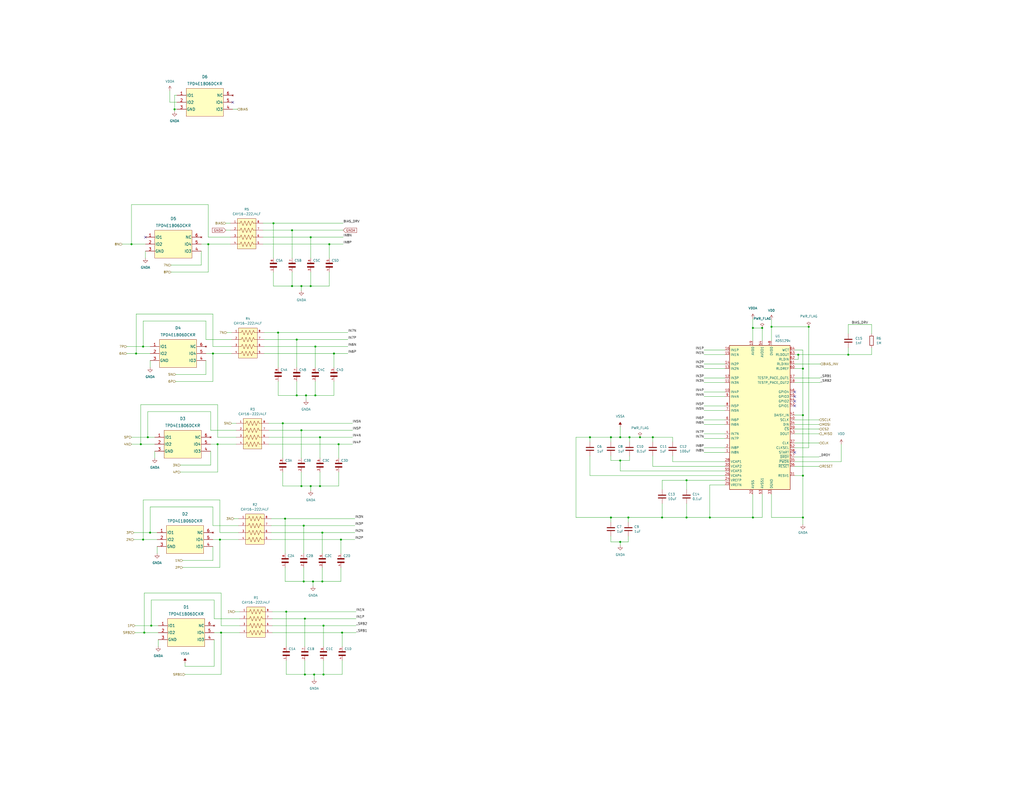
<source format=kicad_sch>
(kicad_sch (version 20211123) (generator eeschema)
  (paper "C")
  (title_block (title "Daisy Functionality") (date "2023-01-05") (rev "A") (company "Brain-4ce"))
  (lib_symbols
    (symbol "Analog_ADC:ADS1298xPAG"
      (property "Reference" "U" (at -16.51 44.45 0))
      (property "Value" "ADS1298xPAG" (at 6.35 44.45 0))
      (symbol "ADS1298xPAG_1_1"
        (pin input line (at -20.32 -15.24 0) (length 2.54) (name "IN8N") (number "1"))
        (pin input line (at -20.32 17.78 0) (length 2.54) (name "IN4P") (number "10"))
        (pin input line (at -20.32 22.86 0) (length 2.54) (name "IN3N") (number "11"))
        (pin input line (at -20.32 25.4 0) (length 2.54) (name "IN3P") (number "12"))
        (pin input line (at -20.32 30.48 0) (length 2.54) (name "IN2N") (number "13"))
        (pin input line (at -20.32 33.02 0) (length 2.54) (name "IN2P") (number "14"))
        (pin input line (at -20.32 38.1 0) (length 2.54) (name "IN1N") (number "15"))
        (pin input line (at -20.32 40.64 0) (length 2.54) (name "IN1P") (number "16"))
        (pin bidirectional line (at 17.78 25.4 180) (length 2.54) (name "TESTP_PACE_OUT1") (number "17"))
        (pin bidirectional line (at 17.78 22.86 180) (length 2.54) (name "TESTP_PACE_OUT2") (number "18"))
        (pin power_in line (at -5.08 45.72 270) (length 2.54) (name "AVDD") (number "19"))
        (pin input line (at -20.32 -12.7 0) (length 2.54) (name "IN8P") (number "2"))
        (pin power_in line (at -5.08 -38.1 90) (length 2.54) (name "AVSS") (number "20"))
        (pin passive line (at -5.08 45.72 270) (length 2.54) hide (name "AVDD") (number "21"))
        (pin passive line (at -5.08 45.72 270) (length 2.54) hide (name "AVDD") (number "22"))
        (pin passive line (at -5.08 -38.1 90) (length 2.54) hide (name "AVSS") (number "23"))
        (pin passive line (at -20.32 -30.48 0) (length 2.54) (name "VREFP") (number "24"))
        (pin passive line (at -20.32 -33.02 0) (length 2.54) (name "VREFN") (number "25"))
        (pin passive line (at -20.32 -27.94 0) (length 2.54) (name "VCAP4") (number "26"))
        (pin no_connect line (at 15.24 -30.48 180) (length 2.54) hide (name "NC") (number "27"))
        (pin passive line (at -20.32 -20.32 0) (length 2.54) (name "VCAP1") (number "28"))
        (pin no_connect line (at 15.24 -33.02 180) (length 2.54) hide (name "NC") (number "29"))
        (pin input line (at -20.32 -7.62 0) (length 2.54) (name "IN7P") (number "3"))
        (pin passive line (at -20.32 -22.86 0) (length 2.54) (name "VCAP2") (number "30"))
        (pin input line (at 17.78 -27.94 180) (length 2.54) (name "RESV1") (number "31"))
        (pin passive line (at -5.08 -38.1 90) (length 2.54) hide (name "AVSS") (number "32"))
        (pin power_in line (at 5.08 -38.1 90) (length 2.54) (name "DGND") (number "33"))
        (pin input line (at 17.78 0 180) (length 2.54) (name "DIN") (number "34"))
        (pin input line (at 17.78 -20.32 180) (length 2.54) (name "~{PWDN}") (number "35"))
        (pin input line (at 17.78 -22.86 180) (length 2.54) (name "~{RESET}") (number "36"))
        (pin bidirectional line (at 17.78 -10.16 180) (length 2.54) (name "CLK") (number "37"))
        (pin input line (at 17.78 -15.24 180) (length 2.54) (name "START") (number "38"))
        (pin input line (at 17.78 -2.54 180) (length 2.54) (name "~{CS}") (number "39"))
        (pin input line (at -20.32 -5.08 0) (length 2.54) (name "IN7N") (number "4"))
        (pin input line (at 17.78 2.54 180) (length 2.54) (name "SCLK") (number "40"))
        (pin input line (at 17.78 5.08 180) (length 2.54) (name "DAISY_IN") (number "41"))
        (pin bidirectional line (at 17.78 10.16 180) (length 2.54) (name "GPIO1") (number "42"))
        (pin output line (at 17.78 -5.08 180) (length 2.54) (name "DOUT") (number "43"))
        (pin bidirectional line (at 17.78 12.7 180) (length 2.54) (name "GPIO2") (number "44"))
        (pin bidirectional line (at 17.78 15.24 180) (length 2.54) (name "GPIO3") (number "45"))
        (pin bidirectional line (at 17.78 17.78 180) (length 2.54) (name "GPIO4") (number "46"))
        (pin output line (at 17.78 -17.78 180) (length 2.54) (name "~{DRDY}") (number "47"))
        (pin power_in line (at 5.08 45.72 270) (length 2.54) (name "DVDD") (number "48"))
        (pin passive line (at 5.08 -38.1 90) (length 2.54) hide (name "DGND") (number "49"))
        (pin input line (at -20.32 0 0) (length 2.54) (name "IN6N") (number "5"))
        (pin passive line (at 5.08 45.72 270) (length 2.54) hide (name "DVDD") (number "50"))
        (pin passive line (at 5.08 -38.1 90) (length 2.54) hide (name "DGND") (number "51"))
        (pin input line (at 17.78 -12.7 180) (length 2.54) (name "CLKSEL") (number "52"))
        (pin power_in line (at 0 -38.1 90) (length 2.54) (name "AVSS1") (number "53"))
        (pin power_in line (at 0 45.72 270) (length 2.54) (name "AVDD1") (number "54"))
        (pin passive line (at -20.32 -25.4 0) (length 2.54) (name "VCAP3") (number "55"))
        (pin passive line (at -5.08 45.72 270) (length 2.54) hide (name "AVDD") (number "56"))
        (pin passive line (at -5.08 -38.1 90) (length 2.54) hide (name "AVSS") (number "57"))
        (pin passive line (at -5.08 -38.1 90) (length 2.54) hide (name "AVSS") (number "58"))
        (pin passive line (at -5.08 45.72 270) (length 2.54) hide (name "AVDD") (number "59"))
        (pin input line (at -20.32 2.54 0) (length 2.54) (name "IN6P") (number "6"))
        (pin input line (at 17.78 30.48 180) (length 2.54) (name "RLDREF") (number "60"))
        (pin input line (at 17.78 33.02 180) (length 2.54) (name "RLDINV") (number "61"))
        (pin input line (at 17.78 35.56 180) (length 2.54) (name "RLDIN") (number "62"))
        (pin output line (at 17.78 38.1 180) (length 2.54) (name "RLDOUT") (number "63"))
        (pin output line (at 17.78 40.64 180) (length 2.54) (name "WCT") (number "64"))
        (pin input line (at -20.32 7.62 0) (length 2.54) (name "IN5N") (number "7"))
        (pin input line (at -20.32 10.16 0) (length 2.54) (name "IN5P") (number "8"))
        (pin input line (at -20.32 15.24 0) (length 2.54) (name "IN4N") (number "9"))
      )
    )
    (symbol "Capacitor Arrays:CA0508KRX7R9BB102" (pin_names (offset 1.016))
      (property "Reference" "C" (at 0 3.8109 0))
      (symbol "CA0508KRX7R9BB102_1_0"
        (pin passive line (at 5.08 0 180) (length 2.54) (name "~") (number "1"))
        (pin passive line (at -2.54 0 0) (length 2.54) (name "~") (number "8"))
      )
      (symbol "CA0508KRX7R9BB102_2_0"
        (pin passive line (at 5.08 0 180) (length 2.54) (name "~") (number "2"))
        (pin passive line (at -2.54 0 0) (length 2.54) (name "~") (number "7"))
      )
      (symbol "CA0508KRX7R9BB102_3_0"
        (pin passive line (at 5.08 0 180) (length 2.54) (name "~") (number "3"))
        (pin passive line (at -2.54 0 0) (length 2.54) (name "~") (number "6"))
      )
      (symbol "CA0508KRX7R9BB102_4_0"
        (pin passive line (at 5.08 0 180) (length 2.54) (name "~") (number "4"))
        (pin passive line (at -2.54 0 0) (length 2.54) (name "~") (number "5"))
      )
    )
    (symbol "Device:C" (pin_numbers hide) (pin_names (offset 0.254))
      (property "Reference" "C" (at 0.635 2.54 0))
      (property "Value" "C" (at 0.635 -2.54 0))
      (symbol "C_1_1"
        (pin passive line (at 0 3.81 270) (length 2.794) (name "~") (number "1"))
        (pin passive line (at 0 -3.81 90) (length 2.794) (name "~") (number "2"))
      )
    )
    (symbol "Device:R" (pin_numbers hide) (pin_names (offset 0))
      (property "Reference" "R" (at 2.032 0 90))
      (property "Value" "R" (at 0 0 90))
      (symbol "R_1_1"
        (pin passive line (at 0 3.81 270) (length 1.27) (name "~") (number "1"))
        (pin passive line (at 0 -3.81 90) (length 1.27) (name "~") (number "2"))
      )
    )
    (symbol "Resistor Arrays:CAY16-222J4LF" (pin_names (offset 1.016))
      (property "Reference" "R" (at 8.89 3.81 0))
      (property "Value" "CAY16-222J4LF" (at 8.89 -16.51 0))
      (symbol "CAY16-222J4LF_0_0"
        (pin passive line (at 0 0 0) (length 5.08) (name "~") (number "1"))
        (pin passive line (at 0 -3.81 0) (length 5.08) (name "~") (number "2"))
        (pin passive line (at 0 -7.62 0) (length 5.08) (name "~") (number "3"))
        (pin passive line (at 0 -11.43 0) (length 5.08) (name "~") (number "4"))
        (pin passive line (at 17.78 -11.43 180) (length 5.08) (name "~") (number "5"))
        (pin passive line (at 17.78 -7.62 180) (length 5.08) (name "~") (number "6"))
        (pin passive line (at 17.78 -3.81 180) (length 5.08) (name "~") (number "7"))
        (pin passive line (at 17.78 0 180) (length 5.08) (name "~") (number "8"))
      )
    )
    (symbol "TSV - Diodes:TPD4E1B06DCKR" (pin_names (offset 0.254))
      (property "Reference" "D" (at 15.24 10.16 0))
      (property "Value" "TPD4E1B06DCKR" (at 15.24 7.62 0))
      (symbol "TPD4E1B06DCKR_1_1"
        (pin bidirectional line (at 0 1.27 0) (length 5.08) (name "IO1") (number "1"))
        (pin bidirectional line (at 0 -2.54 0) (length 5.08) (name "IO2") (number "2"))
        (pin power_in line (at 0 -6.35 0) (length 5.08) (name "GND") (number "3"))
        (pin bidirectional line (at 30.48 -6.35 180) (length 5.08) (name "IO3") (number "4"))
        (pin bidirectional line (at 30.48 -2.54 180) (length 5.08) (name "IO4") (number "5"))
        (pin no_connect line (at 30.48 1.27 180) (length 5.08) (name "NC") (number "6"))
      )
    )
    (symbol "power:GNDA" (power) (pin_names (offset 0))
      (property "Value" "GNDA" (at 0 -3.81 0))
      (symbol "GNDA_1_1"
        (pin power_in line (at 0 0 270) (length 0) hide (name "GNDA") (number "1"))
      )
    )
    (symbol "power:PWR_FLAG" (power) (pin_numbers hide) (pin_names (offset 0) hide)
      (property "Value" "PWR_FLAG" (at 0 3.81 0))
      (symbol "PWR_FLAG_0_0"
        (pin power_out line (at 0 0 90) (length 0) (name "pwr") (number "1"))
      )
    )
    (symbol "power:VDD" (power) (pin_names (offset 0))
      (property "Value" "VDD" (at 0 3.81 0))
      (symbol "VDD_1_1"
        (pin power_in line (at 0 0 90) (length 0) hide (name "VDD") (number "1"))
      )
    )
    (symbol "power:VDDA" (power) (pin_names (offset 0))
      (property "Value" "VDDA" (at 0 3.81 0))
      (symbol "VDDA_1_1"
        (pin power_in line (at 0 0 90) (length 0) hide (name "VDDA") (number "1"))
      )
    )
    (symbol "power:VSSA" (power) (pin_names (offset 0))
      (property "Value" "VSSA" (at 0 3.81 0))
      (symbol "VSSA_1_1"
        (pin power_in line (at 0 0 90) (length 0) hide (name "VSSA") (number "1"))
      )
    )
  )
  (junction (at 186.69 345.44))
  (junction (at 374.65 262.255))
  (junction (at 164.465 265.43))
  (junction (at 415.925 179.07))
  (junction (at 441.325 178.435))
  (junction (at 387.35 282.575))
  (junction (at 421.005 178.435))
  (junction (at 76.835 242.57))
  (junction (at 120.015 294.64))
  (junction (at 165.735 287.02))
  (junction (at 172.085 189.23))
  (junction (at 113.665 133.35))
  (junction (at 172.085 215.9))
  (junction (at 356.235 238.76))
  (junction (at 171.45 368.3))
  (junction (at 179.705 133.35))
  (junction (at 80.645 238.76))
  (junction (at 333.375 238.76))
  (junction (at 78.105 189.23))
  (junction (at 156.21 334.01))
  (junction (at 71.755 133.35))
  (junction (at 161.925 215.9))
  (junction (at 169.545 156.21))
  (junction (at 410.845 179.07))
  (junction (at 159.385 125.73))
  (junction (at 78.105 294.64))
  (junction (at 166.37 337.82))
  (junction (at 333.375 282.575))
  (junction (at 462.915 193.675))
  (junction (at 438.15 201.295))
  (junction (at 176.53 341.63))
  (junction (at 116.205 193.04))
  (junction (at 170.815 317.5))
  (junction (at 165.735 317.5))
  (junction (at 435.61 193.675))
  (junction (at 169.545 129.54))
  (junction (at 338.455 238.76))
  (junction (at 438.15 282.575))
  (junction (at 74.295 193.04))
  (junction (at 120.65 345.44))
  (junction (at 154.305 231.14))
  (junction (at 169.545 265.43))
  (junction (at 81.915 290.83))
  (junction (at 82.55 341.63))
  (junction (at 438.15 259.715))
  (junction (at 349.25 238.76))
  (junction (at 374.65 282.575))
  (junction (at 410.845 282.575))
  (junction (at 167.005 215.9))
  (junction (at 176.53 368.3))
  (junction (at 151.765 181.61))
  (junction (at 338.455 251.46))
  (junction (at 95.25 59.69))
  (junction (at 174.625 265.43))
  (junction (at 338.455 295.91))
  (junction (at 186.055 294.64))
  (junction (at 164.465 156.21))
  (junction (at 342.9 282.575))
  (junction (at 321.945 238.76))
  (junction (at 78.74 345.44))
  (junction (at 175.895 290.83))
  (junction (at 161.925 185.42))
  (junction (at 184.785 242.57))
  (junction (at 164.465 234.95))
  (junction (at 343.535 238.76))
  (junction (at 166.37 368.3))
  (junction (at 159.385 156.21))
  (junction (at 149.225 121.92))
  (junction (at 155.575 283.21))
  (junction (at 361.315 282.575))
  (junction (at 182.245 193.04))
  (junction (at 175.895 317.5))
  (junction (at 438.15 226.695))
  (junction (at 118.745 242.57))
  (junction (at 174.625 238.76))
  (no_connect (at 127 55.88))
  (no_connect (at 433.705 247.015))
  (no_connect (at 433.705 216.535))
  (no_connect (at 433.705 213.995))
  (no_connect (at 433.705 221.615))
  (no_connect (at 79.375 129.54))
  (no_connect (at 433.705 219.075))
  (wire (pts (xy 81.915 193.04) (xy 74.295 193.04)))
  (wire (pts (xy 116.205 294.64) (xy 120.015 294.64)))
  (wire (pts (xy 148.59 341.63) (xy 176.53 341.63)))
  (wire (pts (xy 462.915 177.165) (xy 475.615 177.165)))
  (wire (pts (xy 95.885 208.28) (xy 116.205 208.28)))
  (wire (pts (xy 361.315 282.575) (xy 374.65 282.575)))
  (wire (pts (xy 384.175 206.375) (xy 395.605 206.375)))
  (wire (pts (xy 78.105 189.23) (xy 81.915 189.23)))
  (wire (pts (xy 367.03 248.92) (xy 367.03 252.095)))
  (wire (pts (xy 384.175 198.755) (xy 395.605 198.755)))
  (wire (pts (xy 184.785 265.43) (xy 184.785 257.81)))
  (wire (pts (xy 186.69 345.44) (xy 194.31 345.44)))
  (wire (pts (xy 73.66 341.63) (xy 82.55 341.63)))
  (wire (pts (xy 155.575 283.21) (xy 155.575 302.26)))
  (wire (pts (xy 174.625 265.43) (xy 184.785 265.43)))
  (wire (pts (xy 384.175 244.475) (xy 395.605 244.475)))
  (wire (pts (xy 144.145 185.42) (xy 161.925 185.42)))
  (wire (pts (xy 165.735 287.02) (xy 193.675 287.02)))
  (wire (pts (xy 435.61 196.215) (xy 433.705 196.215)))
  (wire (pts (xy 421.005 269.875) (xy 421.005 282.575)))
  (wire (pts (xy 321.945 259.715) (xy 395.605 259.715)))
  (wire (pts (xy 166.37 360.68) (xy 166.37 368.3)))
  (wire (pts (xy 159.385 156.21) (xy 164.465 156.21)))
  (wire (pts (xy 144.145 193.04) (xy 182.245 193.04)))
  (wire (pts (xy 447.04 254.635) (xy 433.705 254.635)))
  (wire (pts (xy 123.19 125.73) (xy 125.73 125.73)))
  (wire (pts (xy 120.65 345.44) (xy 120.65 368.3)))
  (wire (pts (xy 82.55 327.66) (xy 82.55 341.63)))
  (wire (pts (xy 127.635 283.21) (xy 130.175 283.21)))
  (wire (pts (xy 361.315 262.255) (xy 361.315 267.335)))
  (wire (pts (xy 120.65 323.85) (xy 120.65 341.63)))
  (wire (pts (xy 155.575 309.88) (xy 155.575 317.5)))
  (wire (pts (xy 113.665 129.54) (xy 125.73 129.54)))
  (wire (pts (xy 156.21 360.68) (xy 156.21 368.3)))
  (wire (pts (xy 120.65 345.44) (xy 130.81 345.44)))
  (wire (pts (xy 98.425 257.81) (xy 118.745 257.81)))
  (wire (pts (xy 179.705 156.21) (xy 179.705 148.59)))
  (wire (pts (xy 172.085 189.23) (xy 189.865 189.23)))
  (wire (pts (xy 118.745 238.76) (xy 128.905 238.76)))
  (wire (pts (xy 174.625 257.81) (xy 174.625 265.43)))
  (wire (pts (xy 333.375 292.735) (xy 333.375 295.91)))
  (wire (pts (xy 338.455 251.46) (xy 343.535 251.46)))
  (wire (pts (xy 421.005 174.625) (xy 421.005 178.435)))
  (wire (pts (xy 113.665 148.59) (xy 113.665 133.35)))
  (wire (pts (xy 147.955 290.83) (xy 175.895 290.83)))
  (wire (pts (xy 80.645 224.79) (xy 80.645 238.76)))
  (wire (pts (xy 164.465 257.81) (xy 164.465 265.43)))
  (wire (pts (xy 156.21 368.3) (xy 166.37 368.3)))
  (wire (pts (xy 172.085 189.23) (xy 172.085 200.66)))
  (wire (pts (xy 161.925 215.9) (xy 167.005 215.9)))
  (wire (pts (xy 374.65 262.255) (xy 395.605 262.255)))
  (wire (pts (xy 155.575 283.21) (xy 193.675 283.21)))
  (wire (pts (xy 120.65 341.63) (xy 130.81 341.63)))
  (wire (pts (xy 116.205 276.86) (xy 81.915 276.86)))
  (wire (pts (xy 314.325 238.76) (xy 321.945 238.76)))
  (wire (pts (xy 95.25 52.07) (xy 95.25 59.69)))
  (wire (pts (xy 118.745 220.98) (xy 118.745 238.76)))
  (wire (pts (xy 186.69 345.44) (xy 186.69 353.06)))
  (wire (pts (xy 81.915 196.85) (xy 81.915 200.66)))
  (wire (pts (xy 78.74 345.44) (xy 78.74 323.85)))
  (wire (pts (xy 374.65 274.955) (xy 374.65 282.575)))
  (wire (pts (xy 95.25 59.69) (xy 95.25 60.96)))
  (wire (pts (xy 86.36 345.44) (xy 78.74 345.44)))
  (wire (pts (xy 71.755 133.35) (xy 71.755 111.76)))
  (wire (pts (xy 149.225 148.59) (xy 149.225 156.21)))
  (wire (pts (xy 112.395 196.85) (xy 112.395 204.47)))
  (wire (pts (xy 384.175 229.235) (xy 395.605 229.235)))
  (wire (pts (xy 169.545 129.54) (xy 187.325 129.54)))
  (wire (pts (xy 84.455 242.57) (xy 76.835 242.57)))
  (wire (pts (xy 66.675 133.35) (xy 71.755 133.35)))
  (wire (pts (xy 176.53 360.68) (xy 176.53 368.3)))
  (wire (pts (xy 333.375 282.575) (xy 342.9 282.575)))
  (wire (pts (xy 438.15 191.135) (xy 438.15 201.295)))
  (wire (pts (xy 169.545 156.21) (xy 179.705 156.21)))
  (wire (pts (xy 321.945 238.76) (xy 333.375 238.76)))
  (wire (pts (xy 84.455 246.38) (xy 84.455 250.19)))
  (wire (pts (xy 395.605 264.795) (xy 387.35 264.795)))
  (wire (pts (xy 462.915 182.245) (xy 462.915 177.165)))
  (wire (pts (xy 433.705 259.715) (xy 438.15 259.715)))
  (wire (pts (xy 165.735 317.5) (xy 170.815 317.5)))
  (wire (pts (xy 78.74 323.85) (xy 120.65 323.85)))
  (wire (pts (xy 147.955 294.64) (xy 186.055 294.64)))
  (wire (pts (xy 384.175 247.015) (xy 395.605 247.015)))
  (wire (pts (xy 120.015 273.05) (xy 120.015 290.83)))
  (wire (pts (xy 182.245 193.04) (xy 189.865 193.04)))
  (wire (pts (xy 384.175 208.915) (xy 395.605 208.915)))
  (wire (pts (xy 176.53 368.3) (xy 186.69 368.3)))
  (wire (pts (xy 123.825 181.61) (xy 126.365 181.61)))
  (wire (pts (xy 384.175 239.395) (xy 395.605 239.395)))
  (wire (pts (xy 71.755 238.76) (xy 80.645 238.76)))
  (wire (pts (xy 165.735 309.88) (xy 165.735 317.5)))
  (wire (pts (xy 441.325 178.435) (xy 421.005 178.435)))
  (wire (pts (xy 367.03 238.76) (xy 367.03 241.3)))
  (wire (pts (xy 100.965 368.3) (xy 120.65 368.3)))
  (wire (pts (xy 148.59 334.01) (xy 156.21 334.01)))
  (wire (pts (xy 164.465 156.21) (xy 169.545 156.21)))
  (wire (pts (xy 120.015 294.64) (xy 130.175 294.64)))
  (wire (pts (xy 182.245 193.04) (xy 182.245 200.66)))
  (wire (pts (xy 415.925 179.07) (xy 410.845 179.07)))
  (wire (pts (xy 156.21 334.01) (xy 194.31 334.01)))
  (wire (pts (xy 415.925 282.575) (xy 410.845 282.575)))
  (wire (pts (xy 116.205 306.07) (xy 99.695 306.07)))
  (wire (pts (xy 169.545 129.54) (xy 169.545 140.97)))
  (wire (pts (xy 171.45 368.3) (xy 176.53 368.3)))
  (wire (pts (xy 435.61 193.675) (xy 462.915 193.675)))
  (wire (pts (xy 154.305 257.81) (xy 154.305 265.43)))
  (wire (pts (xy 144.145 189.23) (xy 172.085 189.23)))
  (wire (pts (xy 174.625 238.76) (xy 192.405 238.76)))
  (wire (pts (xy 387.35 264.795) (xy 387.35 282.575)))
  (wire (pts (xy 338.455 295.91) (xy 342.9 295.91)))
  (wire (pts (xy 356.235 254.635) (xy 395.605 254.635)))
  (wire (pts (xy 343.535 238.76) (xy 349.25 238.76)))
  (wire (pts (xy 415.925 186.055) (xy 415.925 179.07)))
  (wire (pts (xy 314.325 238.76) (xy 314.325 282.575)))
  (wire (pts (xy 314.325 282.575) (xy 333.375 282.575)))
  (wire (pts (xy 438.15 259.715) (xy 438.15 282.575)))
  (wire (pts (xy 116.205 171.45) (xy 116.205 189.23)))
  (wire (pts (xy 338.455 257.175) (xy 338.455 251.46)))
  (wire (pts (xy 435.61 193.675) (xy 435.61 196.215)))
  (wire (pts (xy 149.225 121.92) (xy 149.225 140.97)))
  (wire (pts (xy 441.325 244.475) (xy 441.325 178.435)))
  (wire (pts (xy 384.175 213.995) (xy 395.605 213.995)))
  (wire (pts (xy 166.37 337.82) (xy 166.37 353.06)))
  (wire (pts (xy 170.815 317.5) (xy 175.895 317.5)))
  (wire (pts (xy 127 59.69) (xy 129.54 59.69)))
  (wire (pts (xy 78.105 294.64) (xy 78.105 273.05)))
  (wire (pts (xy 333.375 238.76) (xy 338.455 238.76)))
  (wire (pts (xy 342.9 282.575) (xy 342.9 285.115)))
  (wire (pts (xy 343.535 238.76) (xy 343.535 241.3)))
  (wire (pts (xy 321.945 238.76) (xy 321.945 241.3)))
  (wire (pts (xy 384.175 193.675) (xy 395.605 193.675)))
  (wire (pts (xy 92.71 49.53) (xy 92.71 55.88)))
  (wire (pts (xy 421.005 178.435) (xy 421.005 186.055)))
  (wire (pts (xy 333.375 238.76) (xy 333.375 241.3)))
  (wire (pts (xy 167.005 215.9) (xy 172.085 215.9)))
  (wire (pts (xy 447.675 206.375) (xy 433.705 206.375)))
  (wire (pts (xy 169.545 265.43) (xy 174.625 265.43)))
  (wire (pts (xy 114.935 234.95) (xy 114.935 224.79)))
  (wire (pts (xy 161.925 185.42) (xy 189.865 185.42)))
  (wire (pts (xy 338.455 238.76) (xy 338.455 233.045)))
  (wire (pts (xy 143.51 121.92) (xy 149.225 121.92)))
  (wire (pts (xy 184.785 242.57) (xy 184.785 250.19)))
  (wire (pts (xy 114.935 224.79) (xy 80.645 224.79)))
  (wire (pts (xy 433.705 244.475) (xy 441.325 244.475)))
  (wire (pts (xy 79.375 137.16) (xy 79.375 140.97)))
  (wire (pts (xy 438.15 201.295) (xy 438.15 226.695)))
  (wire (pts (xy 128.27 334.01) (xy 130.81 334.01)))
  (wire (pts (xy 165.735 287.02) (xy 165.735 302.26)))
  (wire (pts (xy 447.04 234.315) (xy 433.705 234.315)))
  (wire (pts (xy 151.765 208.28) (xy 151.765 215.9)))
  (wire (pts (xy 146.685 231.14) (xy 154.305 231.14)))
  (wire (pts (xy 159.385 148.59) (xy 159.385 156.21)))
  (wire (pts (xy 333.375 295.91) (xy 338.455 295.91)))
  (wire (pts (xy 143.51 125.73) (xy 159.385 125.73)))
  (wire (pts (xy 71.755 242.57) (xy 76.835 242.57)))
  (wire (pts (xy 410.845 179.07) (xy 410.845 186.055)))
  (wire (pts (xy 333.375 251.46) (xy 338.455 251.46)))
  (wire (pts (xy 79.375 133.35) (xy 71.755 133.35)))
  (wire (pts (xy 172.085 208.28) (xy 172.085 215.9)))
  (wire (pts (xy 128.905 234.95) (xy 114.935 234.95)))
  (wire (pts (xy 338.455 295.91) (xy 338.455 297.815)))
  (wire (pts (xy 78.105 273.05) (xy 120.015 273.05)))
  (wire (pts (xy 433.705 201.295) (xy 438.15 201.295)))
  (wire (pts (xy 342.9 295.91) (xy 342.9 292.735)))
  (wire (pts (xy 171.45 368.3) (xy 171.45 370.84)))
  (wire (pts (xy 126.365 231.14) (xy 128.905 231.14)))
  (wire (pts (xy 116.84 363.855) (xy 100.965 363.855)))
  (wire (pts (xy 384.175 201.295) (xy 395.605 201.295)))
  (wire (pts (xy 69.215 189.23) (xy 78.105 189.23)))
  (wire (pts (xy 433.705 252.095) (xy 459.105 252.095)))
  (wire (pts (xy 85.725 298.45) (xy 85.725 302.26)))
  (wire (pts (xy 73.025 294.64) (xy 78.105 294.64)))
  (wire (pts (xy 421.005 282.575) (xy 438.15 282.575)))
  (wire (pts (xy 144.145 181.61) (xy 151.765 181.61)))
  (wire (pts (xy 447.675 198.755) (xy 433.705 198.755)))
  (wire (pts (xy 154.305 231.14) (xy 192.405 231.14)))
  (wire (pts (xy 161.925 208.28) (xy 161.925 215.9)))
  (wire (pts (xy 462.915 193.675) (xy 462.915 189.865)))
  (wire (pts (xy 338.455 257.175) (xy 395.605 257.175)))
  (wire (pts (xy 415.925 269.875) (xy 415.925 282.575)))
  (wire (pts (xy 384.175 191.135) (xy 395.605 191.135)))
  (wire (pts (xy 447.04 241.935) (xy 433.705 241.935)))
  (wire (pts (xy 154.305 265.43) (xy 164.465 265.43)))
  (wire (pts (xy 114.935 246.38) (xy 114.935 254)))
  (wire (pts (xy 176.53 341.63) (xy 176.53 353.06)))
  (wire (pts (xy 120.015 309.88) (xy 120.015 294.64)))
  (wire (pts (xy 342.9 282.575) (xy 361.315 282.575)))
  (wire (pts (xy 174.625 238.76) (xy 174.625 250.19)))
  (wire (pts (xy 109.855 144.78) (xy 93.345 144.78)))
  (wire (pts (xy 146.685 238.76) (xy 174.625 238.76)))
  (wire (pts (xy 80.645 238.76) (xy 84.455 238.76)))
  (wire (pts (xy 100.965 363.855) (xy 100.965 361.95)))
  (wire (pts (xy 81.915 290.83) (xy 85.725 290.83)))
  (wire (pts (xy 161.925 185.42) (xy 161.925 200.66)))
  (wire (pts (xy 82.55 341.63) (xy 86.36 341.63)))
  (wire (pts (xy 154.305 231.14) (xy 154.305 250.19)))
  (wire (pts (xy 85.725 294.64) (xy 78.105 294.64)))
  (wire (pts (xy 116.205 208.28) (xy 116.205 193.04)))
  (wire (pts (xy 433.705 191.135) (xy 438.15 191.135)))
  (wire (pts (xy 169.545 148.59) (xy 169.545 156.21)))
  (wire (pts (xy 182.245 215.9) (xy 182.245 208.28)))
  (wire (pts (xy 116.84 327.66) (xy 82.55 327.66)))
  (wire (pts (xy 356.235 238.76) (xy 356.235 241.3)))
  (wire (pts (xy 114.935 254) (xy 98.425 254)))
  (wire (pts (xy 167.005 215.9) (xy 167.005 218.44)))
  (wire (pts (xy 149.225 156.21) (xy 159.385 156.21)))
  (wire (pts (xy 143.51 133.35) (xy 179.705 133.35)))
  (wire (pts (xy 186.055 294.64) (xy 193.675 294.64)))
  (wire (pts (xy 384.175 216.535) (xy 395.605 216.535)))
  (wire (pts (xy 148.59 337.82) (xy 166.37 337.82)))
  (wire (pts (xy 123.19 121.92) (xy 125.73 121.92)))
  (wire (pts (xy 321.945 248.92) (xy 321.945 259.715)))
  (wire (pts (xy 146.685 234.95) (xy 164.465 234.95)))
  (wire (pts (xy 126.365 185.42) (xy 112.395 185.42)))
  (wire (pts (xy 164.465 156.21) (xy 164.465 158.75)))
  (wire (pts (xy 374.65 262.255) (xy 374.65 267.335)))
  (wire (pts (xy 175.895 290.83) (xy 175.895 302.26)))
  (wire (pts (xy 151.765 181.61) (xy 151.765 200.66)))
  (wire (pts (xy 186.69 368.3) (xy 186.69 360.68)))
  (wire (pts (xy 447.675 208.915) (xy 433.705 208.915)))
  (wire (pts (xy 96.52 55.88) (xy 92.71 55.88)))
  (wire (pts (xy 99.695 309.88) (xy 120.015 309.88)))
  (wire (pts (xy 356.235 248.92) (xy 356.235 254.635)))
  (wire (pts (xy 387.35 282.575) (xy 374.65 282.575)))
  (wire (pts (xy 433.705 226.695) (xy 438.15 226.695)))
  (wire (pts (xy 86.36 349.25) (xy 86.36 353.06)))
  (wire (pts (xy 164.465 234.95) (xy 164.465 250.19)))
  (wire (pts (xy 130.175 287.02) (xy 116.205 287.02)))
  (wire (pts (xy 156.21 334.01) (xy 156.21 353.06)))
  (wire (pts (xy 447.04 236.855) (xy 433.705 236.855)))
  (wire (pts (xy 447.04 229.235) (xy 433.705 229.235)))
  (wire (pts (xy 410.845 173.99) (xy 410.845 179.07)))
  (wire (pts (xy 76.835 220.98) (xy 118.745 220.98)))
  (wire (pts (xy 116.84 337.82) (xy 116.84 327.66)))
  (wire (pts (xy 147.955 287.02) (xy 165.735 287.02)))
  (wire (pts (xy 148.59 345.44) (xy 186.69 345.44)))
  (wire (pts (xy 113.665 133.35) (xy 125.73 133.35)))
  (wire (pts (xy 74.295 171.45) (xy 116.205 171.45)))
  (wire (pts (xy 175.895 290.83) (xy 193.675 290.83)))
  (wire (pts (xy 356.235 238.76) (xy 367.03 238.76)))
  (wire (pts (xy 384.175 221.615) (xy 395.605 221.615)))
  (wire (pts (xy 116.84 349.25) (xy 116.84 363.855)))
  (wire (pts (xy 120.015 290.83) (xy 130.175 290.83)))
  (wire (pts (xy 333.375 248.92) (xy 333.375 251.46)))
  (wire (pts (xy 384.175 231.775) (xy 395.605 231.775)))
  (wire (pts (xy 109.855 137.16) (xy 109.855 144.78)))
  (wire (pts (xy 155.575 317.5) (xy 165.735 317.5)))
  (wire (pts (xy 118.745 242.57) (xy 128.905 242.57)))
  (wire (pts (xy 113.665 111.76) (xy 113.665 129.54)))
  (wire (pts (xy 112.395 204.47) (xy 95.885 204.47)))
  (wire (pts (xy 169.545 265.43) (xy 169.545 267.97)))
  (wire (pts (xy 462.915 193.675) (xy 475.615 193.675)))
  (wire (pts (xy 71.755 111.76) (xy 113.665 111.76)))
  (wire (pts (xy 361.315 262.255) (xy 374.65 262.255)))
  (wire (pts (xy 447.04 249.555) (xy 433.705 249.555)))
  (wire (pts (xy 143.51 129.54) (xy 169.545 129.54)))
  (wire (pts (xy 73.025 290.83) (xy 81.915 290.83)))
  (wire (pts (xy 151.765 215.9) (xy 161.925 215.9)))
  (wire (pts (xy 361.315 274.955) (xy 361.315 282.575)))
  (wire (pts (xy 116.205 193.04) (xy 126.365 193.04)))
  (wire (pts (xy 384.175 236.855) (xy 395.605 236.855)))
  (wire (pts (xy 116.205 189.23) (xy 126.365 189.23)))
  (wire (pts (xy 186.055 317.5) (xy 186.055 309.88)))
  (wire (pts (xy 116.205 298.45) (xy 116.205 306.07)))
  (wire (pts (xy 435.61 193.675) (xy 433.705 193.675)))
  (wire (pts (xy 73.66 345.44) (xy 78.74 345.44)))
  (wire (pts (xy 395.605 252.095) (xy 367.03 252.095)))
  (wire (pts (xy 149.225 121.92) (xy 187.325 121.92)))
  (wire (pts (xy 172.085 215.9) (xy 182.245 215.9)))
  (wire (pts (xy 130.81 337.82) (xy 116.84 337.82)))
  (wire (pts (xy 170.815 317.5) (xy 170.815 320.04)))
  (wire (pts (xy 159.385 125.73) (xy 159.385 140.97)))
  (wire (pts (xy 112.395 175.26) (xy 78.105 175.26)))
  (wire (pts (xy 410.845 282.575) (xy 387.35 282.575)))
  (wire (pts (xy 459.105 252.095) (xy 459.105 242.57)))
  (wire (pts (xy 179.705 133.35) (xy 179.705 140.97)))
  (wire (pts (xy 338.455 238.76) (xy 343.535 238.76)))
  (wire (pts (xy 116.84 345.44) (xy 120.65 345.44)))
  (wire (pts (xy 410.845 269.875) (xy 410.845 282.575)))
  (wire (pts (xy 475.615 177.165) (xy 475.615 182.245)))
  (wire (pts (xy 146.685 242.57) (xy 184.785 242.57)))
  (wire (pts (xy 76.835 242.57) (xy 76.835 220.98)))
  (wire (pts (xy 175.895 317.5) (xy 186.055 317.5)))
  (wire (pts (xy 93.345 148.59) (xy 113.665 148.59)))
  (wire (pts (xy 114.935 242.57) (xy 118.745 242.57)))
  (wire (pts (xy 112.395 193.04) (xy 116.205 193.04)))
  (wire (pts (xy 74.295 193.04) (xy 74.295 171.45)))
  (wire (pts (xy 447.04 231.775) (xy 433.705 231.775)))
  (wire (pts (xy 147.955 283.21) (xy 155.575 283.21)))
  (wire (pts (xy 475.615 193.675) (xy 475.615 189.865)))
  (wire (pts (xy 166.37 368.3) (xy 171.45 368.3)))
  (wire (pts (xy 343.535 248.92) (xy 343.535 251.46)))
  (wire (pts (xy 95.25 52.07) (xy 96.52 52.07)))
  (wire (pts (xy 118.745 257.81) (xy 118.745 242.57)))
  (wire (pts (xy 175.895 309.88) (xy 175.895 317.5)))
  (wire (pts (xy 95.25 59.69) (xy 96.52 59.69)))
  (wire (pts (xy 116.205 287.02) (xy 116.205 276.86)))
  (wire (pts (xy 112.395 185.42) (xy 112.395 175.26)))
  (wire (pts (xy 166.37 337.82) (xy 194.31 337.82)))
  (wire (pts (xy 438.15 282.575) (xy 438.15 286.385)))
  (wire (pts (xy 81.915 276.86) (xy 81.915 290.83)))
  (wire (pts (xy 78.105 175.26) (xy 78.105 189.23)))
  (wire (pts (xy 438.15 226.695) (xy 438.15 259.715)))
  (wire (pts (xy 384.175 224.155) (xy 395.605 224.155)))
  (wire (pts (xy 69.215 193.04) (xy 74.295 193.04)))
  (wire (pts (xy 151.765 181.61) (xy 189.865 181.61)))
  (wire (pts (xy 164.465 265.43) (xy 169.545 265.43)))
  (wire (pts (xy 349.25 238.76) (xy 356.235 238.76)))
  (wire (pts (xy 186.055 294.64) (xy 186.055 302.26)))
  (wire (pts (xy 179.705 133.35) (xy 187.325 133.35)))
  (wire (pts (xy 109.855 133.35) (xy 113.665 133.35)))
  (wire (pts (xy 159.385 125.73) (xy 187.325 125.73)))
  (wire (pts (xy 176.53 341.63) (xy 194.31 341.63)))
  (wire (pts (xy 164.465 234.95) (xy 192.405 234.95)))
  (wire (pts (xy 333.375 282.575) (xy 333.375 285.115)))
  (wire (pts (xy 184.785 242.57) (xy 192.405 242.57)))
  (label "IN6N" (at 384.175 231.775 180))
  (label "IN7N" (at 189.865 181.61 0))
  (label "IN6P" (at 384.175 229.235 180))
  (label "IN5N" (at 192.405 231.14 0))
  (label "IN7P" (at 189.865 185.42 0))
  (label "IN4N" (at 192.405 238.76 0))
  (label "_SRB1" (at 447.675 206.375 0))
  (label "IN3P" (at 384.175 206.375 180))
  (label "IN8N" (at 187.325 129.54 0))
  (label "IN1P" (at 194.31 337.82 0))
  (label "_SRB2" (at 194.31 341.63 0))
  (label "IN4N" (at 384.175 216.535 180))
  (label "IN3N" (at 384.175 208.915 180))
  (label "IN7N" (at 384.175 239.395 180))
  (label "IN2N" (at 384.175 201.295 180))
  (label "BIAS_DRV" (at 187.325 121.92 0))
  (label "_DRDY" (at 447.04 249.555 0))
  (label "_SRB2" (at 447.675 208.915 0))
  (label "IN8P" (at 187.325 133.35 0))
  (label "IN1N" (at 194.31 334.01 0))
  (label "IN4P" (at 384.175 213.995 180))
  (label "IN3N" (at 193.675 283.21 0))
  (label "IN2N" (at 193.675 290.83 0))
  (label "IN8P" (at 384.175 244.475 180))
  (label "_SRB1" (at 194.31 345.44 0))
  (label "IN6N" (at 189.865 189.23 0))
  (label "BIAS_DRV" (at 473.71 177.165 180))
  (label "IN4P" (at 192.405 242.57 0))
  (label "IN7P" (at 384.175 236.855 180))
  (label "IN8N" (at 384.175 247.015 180))
  (label "IN2P" (at 193.675 294.64 0))
  (label "IN5P" (at 192.405 234.95 0))
  (label "IN2P" (at 384.175 198.755 180))
  (label "IN6P" (at 189.865 193.04 0))
  (label "IN5P" (at 384.175 221.615 180))
  (label "IN1P" (at 384.175 191.135 180))
  (label "IN5N" (at 384.175 224.155 180))
  (label "IN1N" (at 384.175 193.675 180))
  (label "IN3P" (at 193.675 287.02 0))
  (global_label "GNDA" (shape input) (at 187.325 125.73 0) (property "Intersheet References" "${INTERSHEET_REFS}" (effects hide)))
  (global_label "GNDA" (shape input) (at 123.19 125.73 180) (property "Intersheet References" "${INTERSHEET_REFS}" (effects hide)))
  (hierarchical_label "BIAS" (shape input) (at 123.19 121.92 180))
  (hierarchical_label "5N" (shape input) (at 126.365 231.14 180))
  (hierarchical_label "BIAS_INV" (shape input) (at 447.675 198.755 0))
  (hierarchical_label "4P" (shape input) (at 98.425 257.81 180))
  (hierarchical_label "3P" (shape input) (at 73.025 290.83 180))
  (hierarchical_label "6N" (shape input) (at 69.215 193.04 180))
  (hierarchical_label "_MISO" (shape input) (at 447.04 236.855 0))
  (hierarchical_label "1N" (shape input) (at 128.27 334.01 180))
  (hierarchical_label "3N" (shape input) (at 127.635 283.21 180))
  (hierarchical_label "5P" (shape input) (at 71.755 238.76 180))
  (hierarchical_label "1P" (shape input) (at 73.66 341.63 180))
  (hierarchical_label "4N" (shape input) (at 71.755 242.57 180))
  (hierarchical_label "2P" (shape input) (at 99.695 309.88 180))
  (hierarchical_label "6P" (shape input) (at 95.885 208.28 180))
  (hierarchical_label "2N" (shape input) (at 73.025 294.64 180))
  (hierarchical_label "SCLK" (shape input) (at 447.04 229.235 0))
  (hierarchical_label "3N" (shape input) (at 98.425 254 180))
  (hierarchical_label "8N" (shape input) (at 66.675 133.35 180))
  (hierarchical_label "7N" (shape input) (at 123.825 181.61 180))
  (hierarchical_label "SRB1" (shape input) (at 100.965 368.3 180))
  (hierarchical_label "1N" (shape input) (at 99.695 306.07 180))
  (hierarchical_label "RESET" (shape input) (at 447.04 254.635 0))
  (hierarchical_label "CS2" (shape input) (at 447.04 234.315 0))
  (hierarchical_label "8P" (shape input) (at 93.345 148.59 180))
  (hierarchical_label "BIAS" (shape input) (at 129.54 59.69 0))
  (hierarchical_label "5N" (shape input) (at 95.885 204.47 180))
  (hierarchical_label "CLK" (shape input) (at 447.04 241.935 0))
  (hierarchical_label "MOSI" (shape input) (at 447.04 231.775 0))
  (hierarchical_label "7P" (shape input) (at 69.215 189.23 180))
  (hierarchical_label "SRB2" (shape input) (at 73.66 345.44 180))
  (hierarchical_label "7N" (shape input) (at 93.345 144.78 180))
  (symbol (lib_id "power:VDDA") (at 410.845 173.99 0) (unit 1)
    (property "Reference" "#PWR0116" (effects hide))
    (property "Value" "VDDA" (at 410.845 168.275 0))
  )
  (symbol (lib_id "power:GNDA") (at 84.455 250.19 0) (unit 1)
    (property "Reference" "#PWR0112" (effects hide))
    (property "Value" "GNDA" (at 84.455 255.27 0))
  )
  (symbol (lib_id "Capacitor Arrays:CA0508KRX7R9BB102") (at 182.245 203.2 270) (unit 4)
    (property "Reference" "C4" (at 183.515 201.93 90) (effects (justify left)))
    (property "Value" "CA0508KRX7R9BB102" (effects hide))
    (property "Footprint" "Capacitor Arrays:CAPCAXE50P210X130X94-8N" (effects hide))
    (property "STANDARD" "IPC-7351B" (effects hide))
    (property "MANUFACTURER" "Yageo" (effects hide))
    (property "MAXIMUM_PACKAGE_HEIGHT" "0.94mm" (effects hide))
  )
  (symbol (lib_id "Resistor Arrays:CAY16-222J4LF") (at 126.365 181.61 0) (unit 1)
    (property "Reference" "R4" (at 135.255 173.99 0))
    (property "Value" "CAY16-222J4LF" (at 135.255 176.53 0))
    (property "Footprint" "Resistor Arrays:RESCAF80P320X160X60-8N" (effects hide))
    (property "STANDARD" "IPC-7351B" (effects hide))
    (property "MANUFACTURER" "Bourns" (effects hide))
  )
  (symbol (lib_id "TSV - Diodes:TPD4E1B06DCKR") (at 81.915 190.5 0) (unit 1)
    (property "Reference" "D4" (at 97.155 179.07 0) (effects (font (size 1.524 1.524))))
    (property "Value" "TPD4E1B06DCKR" (at 97.155 182.88 0) (effects (font (size 1.524 1.524))))
    (property "Footprint" "TSV - Diodes:TPD4E1B06DCKR" (effects hide))
  )
  (symbol (lib_id "Capacitor Arrays:CA0508KRX7R9BB102") (at 155.575 304.8 270) (unit 1)
    (property "Reference" "C2" (at 156.845 303.53 90) (effects (justify left)))
    (property "Value" "CA0508KRX7R9BB102" (effects hide))
    (property "Footprint" "Capacitor Arrays:CAPCAXE50P210X130X94-8N" (effects hide))
    (property "STANDARD" "IPC-7351B" (effects hide))
    (property "MANUFACTURER" "Yageo" (effects hide))
    (property "MAXIMUM_PACKAGE_HEIGHT" "0.94mm" (effects hide))
  )
  (symbol (lib_id "Capacitor Arrays:CA0508KRX7R9BB102") (at 176.53 355.6 270) (unit 3)
    (property "Reference" "C1" (at 177.8 354.33 90) (effects (justify left)))
    (property "Value" "CA0508KRX7R9BB102" (effects hide))
    (property "Footprint" "Capacitor Arrays:CAPCAXE50P210X130X94-8N" (effects hide))
    (property "STANDARD" "IPC-7351B" (effects hide))
    (property "MANUFACTURER" "Yageo" (effects hide))
    (property "MAXIMUM_PACKAGE_HEIGHT" "0.94mm" (effects hide))
  )
  (symbol (lib_id "Resistor Arrays:CAY16-222J4LF") (at 125.73 121.92 0) (unit 1)
    (property "Reference" "R5" (at 134.62 114.3 0))
    (property "Value" "CAY16-222J4LF" (at 134.62 116.84 0))
    (property "Footprint" "Resistor Arrays:RESCAF80P320X160X60-8N" (effects hide))
    (property "STANDARD" "IPC-7351B" (effects hide))
    (property "MANUFACTURER" "Bourns" (effects hide))
  )
  (symbol (lib_id "power:GNDA") (at 79.375 140.97 0) (unit 1)
    (property "Reference" "#PWR0102" (effects hide))
    (property "Value" "GNDA" (at 79.375 146.05 0))
  )
  (symbol (lib_id "Analog_ADC:ADS1298xPAG") (at 415.925 231.775 0) (unit 1)
    (property "Reference" "U1" (at 423.0244 183.515 0) (effects (justify left)))
    (property "Value" "ADS129x" (at 423.0244 186.055 0) (effects (justify left)))
    (property "Footprint" "Package_QFP:TQFP-64_10x10mm_P0.5mm" (effects hide))
    (property "Datasheet" "http://www.ti.com/lit/ds/symlink/ads1298.pdf" (effects hide))
  )
  (symbol (lib_id "TSV - Diodes:TPD4E1B06DCKR") (at 86.36 342.9 0) (unit 1)
    (property "Reference" "D1" (at 101.6 331.47 0) (effects (font (size 1.524 1.524))))
    (property "Value" "TPD4E1B06DCKR" (at 101.6 335.28 0) (effects (font (size 1.524 1.524))))
    (property "Footprint" "TSV - Diodes:TPD4E1B06DCKR" (effects hide))
  )
  (symbol (lib_id "power:GNDA") (at 171.45 370.84 0) (unit 1)
    (property "Reference" "#PWR0108" (effects hide))
    (property "Value" "GNDA" (at 171.45 375.92 0))
  )
  (symbol (lib_id "Device:C") (at 374.65 271.145 0) (unit 1)
    (property "Reference" "C14" (at 377.825 269.8749 0) (effects (justify left)))
    (property "Value" "0.1uF" (at 377.825 272.4149 0) (effects (justify left)))
    (property "Footprint" "Capacitor_SMD:C_0402_1005Metric" (effects hide))
  )
  (symbol (lib_id "Capacitor Arrays:CA0508KRX7R9BB102") (at 161.925 203.2 270) (unit 2)
    (property "Reference" "C4" (at 163.195 201.93 90) (effects (justify left)))
    (property "Value" "CA0508KRX7R9BB102" (effects hide))
    (property "Footprint" "Capacitor Arrays:CAPCAXE50P210X130X94-8N" (effects hide))
    (property "STANDARD" "IPC-7351B" (effects hide))
    (property "MANUFACTURER" "Yageo" (effects hide))
    (property "MAXIMUM_PACKAGE_HEIGHT" "0.94mm" (effects hide))
  )
  (symbol (lib_id "Capacitor Arrays:CA0508KRX7R9BB102") (at 169.545 143.51 270) (unit 3)
    (property "Reference" "C5" (at 170.815 142.24 90) (effects (justify left)))
    (property "Value" "CA0508KRX7R9BB102" (effects hide))
    (property "Footprint" "Capacitor Arrays:CAPCAXE50P210X130X94-8N" (effects hide))
    (property "STANDARD" "IPC-7351B" (effects hide))
    (property "MANUFACTURER" "Yageo" (effects hide))
    (property "MAXIMUM_PACKAGE_HEIGHT" "0.94mm" (effects hide))
  )
  (symbol (lib_id "power:PWR_FLAG") (at 441.325 178.435 0) (unit 1)
    (property "Reference" "#FLG0102" (effects hide))
    (property "Value" "PWR_FLAG" (at 441.325 172.72 0))
  )
  (symbol (lib_id "Device:C") (at 321.945 245.11 0) (unit 1)
    (property "Reference" "C6" (at 325.755 243.8399 0) (effects (justify left)))
    (property "Value" "1uF" (at 325.755 246.3799 0) (effects (justify left)))
    (property "Footprint" "Capacitor_SMD:C_0402_1005Metric" (effects hide))
  )
  (symbol (lib_id "Resistor Arrays:CAY16-222J4LF") (at 128.905 231.14 0) (unit 1)
    (property "Reference" "R3" (at 137.795 223.52 0))
    (property "Value" "CAY16-222J4LF" (at 137.795 226.06 0))
    (property "Footprint" "Resistor Arrays:RESCAF80P320X160X60-8N" (effects hide))
    (property "STANDARD" "IPC-7351B" (effects hide))
    (property "MANUFACTURER" "Bourns" (effects hide))
  )
  (symbol (lib_id "power:PWR_FLAG") (at 349.25 238.76 0) (unit 1)
    (property "Reference" "#FLG0101" (effects hide))
    (property "Value" "PWR_FLAG" (at 349.25 233.68 0))
  )
  (symbol (lib_id "Device:C") (at 342.9 288.925 0) (unit 1)
    (property "Reference" "C9" (at 346.075 287.6549 0) (effects (justify left)))
    (property "Value" "1uF" (at 346.075 290.1949 0) (effects (justify left)))
    (property "Footprint" "Capacitor_SMD:C_0402_1005Metric" (effects hide))
  )
  (symbol (lib_id "Capacitor Arrays:CA0508KRX7R9BB102") (at 154.305 252.73 270) (unit 1)
    (property "Reference" "C3" (at 155.575 251.46 90) (effects (justify left)))
    (property "Value" "CA0508KRX7R9BB102" (effects hide))
    (property "Footprint" "Capacitor Arrays:CAPCAXE50P210X130X94-8N" (effects hide))
    (property "STANDARD" "IPC-7351B" (effects hide))
    (property "MANUFACTURER" "Yageo" (effects hide))
    (property "MAXIMUM_PACKAGE_HEIGHT" "0.94mm" (effects hide))
  )
  (symbol (lib_id "power:GNDA") (at 169.545 267.97 0) (unit 1)
    (property "Reference" "#PWR0107" (effects hide))
    (property "Value" "GNDA" (at 169.545 273.05 0))
  )
  (symbol (lib_id "power:VSSA") (at 338.455 233.045 0) (unit 1)
    (property "Reference" "#PWR0119" (effects hide))
    (property "Value" "VSSA" (at 338.455 227.33 0))
  )
  (symbol (lib_id "Capacitor Arrays:CA0508KRX7R9BB102") (at 174.625 252.73 270) (unit 3)
    (property "Reference" "C3" (at 175.895 251.46 90) (effects (justify left)))
    (property "Value" "CA0508KRX7R9BB102" (effects hide))
    (property "Footprint" "Capacitor Arrays:CAPCAXE50P210X130X94-8N" (effects hide))
    (property "STANDARD" "IPC-7351B" (effects hide))
    (property "MANUFACTURER" "Yageo" (effects hide))
    (property "MAXIMUM_PACKAGE_HEIGHT" "0.94mm" (effects hide))
  )
  (symbol (lib_id "power:VDD") (at 459.105 242.57 0) (unit 1)
    (property "Reference" "#PWR0118" (effects hide))
    (property "Value" "VDD" (at 459.105 236.855 0))
  )
  (symbol (lib_id "Capacitor Arrays:CA0508KRX7R9BB102") (at 151.765 203.2 270) (unit 1)
    (property "Reference" "C4" (at 153.035 201.93 90) (effects (justify left)))
    (property "Value" "CA0508KRX7R9BB102" (effects hide))
    (property "Footprint" "Capacitor Arrays:CAPCAXE50P210X130X94-8N" (effects hide))
    (property "STANDARD" "IPC-7351B" (effects hide))
    (property "MANUFACTURER" "Yageo" (effects hide))
    (property "MAXIMUM_PACKAGE_HEIGHT" "0.94mm" (effects hide))
  )
  (symbol (lib_id "Capacitor Arrays:CA0508KRX7R9BB102") (at 166.37 355.6 270) (unit 2)
    (property "Reference" "C1" (at 167.64 354.33 90) (effects (justify left)))
    (property "Value" "CA0508KRX7R9BB102" (effects hide))
    (property "Footprint" "Capacitor Arrays:CAPCAXE50P210X130X94-8N" (effects hide))
    (property "STANDARD" "IPC-7351B" (effects hide))
    (property "MANUFACTURER" "Yageo" (effects hide))
    (property "MAXIMUM_PACKAGE_HEIGHT" "0.94mm" (effects hide))
  )
  (symbol (lib_id "power:VDDA") (at 92.71 49.53 0) (unit 1)
    (property "Reference" "#PWR0103" (effects hide))
    (property "Value" "VDDA" (at 92.71 44.45 0))
  )
  (symbol (lib_id "Capacitor Arrays:CA0508KRX7R9BB102") (at 159.385 143.51 270) (unit 2)
    (property "Reference" "C5" (at 160.655 142.24 90) (effects (justify left)))
    (property "Value" "CA0508KRX7R9BB102" (effects hide))
    (property "Footprint" "Capacitor Arrays:CAPCAXE50P210X130X94-8N" (effects hide))
    (property "STANDARD" "IPC-7351B" (effects hide))
    (property "MANUFACTURER" "Yageo" (effects hide))
    (property "MAXIMUM_PACKAGE_HEIGHT" "0.94mm" (effects hide))
  )
  (symbol (lib_id "Device:R") (at 475.615 186.055 0) (unit 1)
    (property "Reference" "R6" (at 478.155 184.7849 0) (effects (justify left)))
    (property "Value" "1M" (at 478.155 187.3249 0) (effects (justify left)))
    (property "Footprint" "Resistor_SMD:R_0402_1005Metric" (effects hide))
  )
  (symbol (lib_id "power:VDD") (at 421.005 174.625 0) (unit 1)
    (property "Reference" "#PWR0115" (effects hide))
    (property "Value" "VDD" (at 421.005 169.545 0))
  )
  (symbol (lib_id "Capacitor Arrays:CA0508KRX7R9BB102") (at 156.21 355.6 270) (unit 1)
    (property "Reference" "C1" (at 157.48 354.33 90) (effects (justify left)))
    (property "Value" "CA0508KRX7R9BB102" (effects hide))
    (property "Footprint" "Capacitor Arrays:CAPCAXE50P210X130X94-8N" (effects hide))
    (property "STANDARD" "IPC-7351B" (effects hide))
    (property "MANUFACTURER" "Yageo" (effects hide))
    (property "MAXIMUM_PACKAGE_HEIGHT" "0.94mm" (effects hide))
  )
  (symbol (lib_id "TSV - Diodes:TPD4E1B06DCKR") (at 96.52 53.34 0) (unit 1)
    (property "Reference" "D6" (at 111.76 41.91 0) (effects (font (size 1.524 1.524))))
    (property "Value" "TPD4E1B06DCKR" (at 111.76 45.72 0) (effects (font (size 1.524 1.524))))
    (property "Footprint" "TSV - Diodes:TPD4E1B06DCKR" (effects hide))
  )
  (symbol (lib_id "power:GNDA") (at 438.15 286.385 0) (unit 1)
    (property "Reference" "#PWR0117" (effects hide))
    (property "Value" "GNDA" (at 438.15 290.83 0))
  )
  (symbol (lib_id "Capacitor Arrays:CA0508KRX7R9BB102") (at 164.465 252.73 270) (unit 2)
    (property "Reference" "C3" (at 165.735 251.46 90) (effects (justify left)))
    (property "Value" "CA0508KRX7R9BB102" (effects hide))
    (property "Footprint" "Capacitor Arrays:CAPCAXE50P210X130X94-8N" (effects hide))
    (property "STANDARD" "IPC-7351B" (effects hide))
    (property "MANUFACTURER" "Yageo" (effects hide))
    (property "MAXIMUM_PACKAGE_HEIGHT" "0.94mm" (effects hide))
  )
  (symbol (lib_id "Capacitor Arrays:CA0508KRX7R9BB102") (at 186.69 355.6 270) (unit 4)
    (property "Reference" "C1" (at 187.96 354.33 90) (effects (justify left)))
    (property "Value" "CA0508KRX7R9BB102" (effects hide))
    (property "Footprint" "Capacitor Arrays:CAPCAXE50P210X130X94-8N" (effects hide))
    (property "STANDARD" "IPC-7351B" (effects hide))
    (property "MANUFACTURER" "Yageo" (effects hide))
    (property "MAXIMUM_PACKAGE_HEIGHT" "0.94mm" (effects hide))
  )
  (symbol (lib_id "TSV - Diodes:TPD4E1B06DCKR") (at 84.455 240.03 0) (unit 1)
    (property "Reference" "D3" (at 99.695 228.6 0) (effects (font (size 1.524 1.524))))
    (property "Value" "TPD4E1B06DCKR" (at 99.695 232.41 0) (effects (font (size 1.524 1.524))))
    (property "Footprint" "TSV - Diodes:TPD4E1B06DCKR" (effects hide))
  )
  (symbol (lib_id "Capacitor Arrays:CA0508KRX7R9BB102") (at 184.785 252.73 270) (unit 4)
    (property "Reference" "C3" (at 186.055 251.46 90) (effects (justify left)))
    (property "Value" "CA0508KRX7R9BB102" (effects hide))
    (property "Footprint" "Capacitor Arrays:CAPCAXE50P210X130X94-8N" (effects hide))
    (property "STANDARD" "IPC-7351B" (effects hide))
    (property "MANUFACTURER" "Yageo" (effects hide))
    (property "MAXIMUM_PACKAGE_HEIGHT" "0.94mm" (effects hide))
  )
  (symbol (lib_id "Device:C") (at 333.375 288.925 0) (unit 1)
    (property "Reference" "C7" (at 336.55 287.6549 0) (effects (justify left)))
    (property "Value" "1uF" (at 336.55 290.1949 0) (effects (justify left)))
    (property "Footprint" "Capacitor_SMD:C_0402_1005Metric" (effects hide))
  )
  (symbol (lib_id "Resistor Arrays:CAY16-222J4LF") (at 130.81 334.01 0) (unit 1)
    (property "Reference" "R1" (at 139.7 326.39 0))
    (property "Value" "CAY16-222J4LF" (at 139.7 328.93 0))
    (property "Footprint" "Resistor Arrays:RESCAF80P320X160X60-8N" (effects hide))
    (property "STANDARD" "IPC-7351B" (effects hide))
    (property "MANUFACTURER" "Bourns" (effects hide))
  )
  (symbol (lib_id "power:PWR_FLAG") (at 415.925 179.07 0) (unit 1)
    (property "Reference" "#FLG0103" (effects hide))
    (property "Value" "PWR_FLAG" (at 415.925 173.99 0))
  )
  (symbol (lib_id "Device:C") (at 361.315 271.145 0) (unit 1)
    (property "Reference" "C13" (at 364.49 269.8749 0) (effects (justify left)))
    (property "Value" "10uF" (at 364.49 272.4149 0) (effects (justify left)))
    (property "Footprint" "Capacitor_SMD:C_0603_1608Metric" (effects hide))
  )
  (symbol (lib_id "Capacitor Arrays:CA0508KRX7R9BB102") (at 186.055 304.8 270) (unit 4)
    (property "Reference" "C2" (at 187.325 303.53 90) (effects (justify left)))
    (property "Value" "CA0508KRX7R9BB102" (effects hide))
    (property "Footprint" "Capacitor Arrays:CAPCAXE50P210X130X94-8N" (effects hide))
    (property "STANDARD" "IPC-7351B" (effects hide))
    (property "MANUFACTURER" "Yageo" (effects hide))
    (property "MAXIMUM_PACKAGE_HEIGHT" "0.94mm" (effects hide))
  )
  (symbol (lib_id "power:GNDA") (at 167.005 218.44 0) (unit 1)
    (property "Reference" "#PWR0106" (effects hide))
    (property "Value" "GNDA" (at 167.005 223.52 0))
  )
  (symbol (lib_id "power:GNDA") (at 164.465 158.75 0) (unit 1)
    (property "Reference" "#PWR0105" (effects hide))
    (property "Value" "GNDA" (at 164.465 163.83 0))
  )
  (symbol (lib_id "power:GNDA") (at 81.915 200.66 0) (unit 1)
    (property "Reference" "#PWR0101" (effects hide))
    (property "Value" "GNDA" (at 81.915 205.74 0))
  )
  (symbol (lib_id "Capacitor Arrays:CA0508KRX7R9BB102") (at 172.085 203.2 270) (unit 3)
    (property "Reference" "C4" (at 173.355 201.93 90) (effects (justify left)))
    (property "Value" "CA0508KRX7R9BB102" (effects hide))
    (property "Footprint" "Capacitor Arrays:CAPCAXE50P210X130X94-8N" (effects hide))
    (property "STANDARD" "IPC-7351B" (effects hide))
    (property "MANUFACTURER" "Yageo" (effects hide))
    (property "MAXIMUM_PACKAGE_HEIGHT" "0.94mm" (effects hide))
  )
  (symbol (lib_id "power:GNDA") (at 85.725 302.26 0) (unit 1)
    (property "Reference" "#PWR0110" (effects hide))
    (property "Value" "GNDA" (at 85.725 307.34 0))
  )
  (symbol (lib_id "power:GNDA") (at 338.455 297.815 0) (unit 1)
    (property "Reference" "#PWR0114" (effects hide))
    (property "Value" "GNDA" (at 338.455 302.895 0))
  )
  (symbol (lib_id "power:VSSA") (at 100.965 361.95 0) (unit 1)
    (property "Reference" "#PWR0111" (effects hide))
    (property "Value" "VSSA" (at 100.965 356.87 0))
  )
  (symbol (lib_id "Resistor Arrays:CAY16-222J4LF") (at 130.175 283.21 0) (unit 1)
    (property "Reference" "R2" (at 139.065 275.59 0))
    (property "Value" "CAY16-222J4LF" (at 139.065 278.13 0))
    (property "Footprint" "Resistor Arrays:RESCAF80P320X160X60-8N" (effects hide))
    (property "STANDARD" "IPC-7351B" (effects hide))
    (property "MANUFACTURER" "Bourns" (effects hide))
  )
  (symbol (lib_id "power:GNDA") (at 170.815 320.04 0) (unit 1)
    (property "Reference" "#PWR0113" (effects hide))
    (property "Value" "GNDA" (at 170.815 325.12 0))
  )
  (symbol (lib_id "Capacitor Arrays:CA0508KRX7R9BB102") (at 175.895 304.8 270) (unit 3)
    (property "Reference" "C2" (at 177.165 303.53 90) (effects (justify left)))
    (property "Value" "CA0508KRX7R9BB102" (effects hide))
    (property "Footprint" "Capacitor Arrays:CAPCAXE50P210X130X94-8N" (effects hide))
    (property "STANDARD" "IPC-7351B" (effects hide))
    (property "MANUFACTURER" "Yageo" (effects hide))
    (property "MAXIMUM_PACKAGE_HEIGHT" "0.94mm" (effects hide))
  )
  (symbol (lib_id "Capacitor Arrays:CA0508KRX7R9BB102") (at 179.705 143.51 270) (unit 4)
    (property "Reference" "C5" (at 180.975 142.24 90) (effects (justify left)))
    (property "Value" "CA0508KRX7R9BB102" (effects hide))
    (property "Footprint" "Capacitor Arrays:CAPCAXE50P210X130X94-8N" (effects hide))
    (property "STANDARD" "IPC-7351B" (effects hide))
    (property "MANUFACTURER" "Yageo" (effects hide))
    (property "MAXIMUM_PACKAGE_HEIGHT" "0.94mm" (effects hide))
  )
  (symbol (lib_id "Capacitor Arrays:CA0508KRX7R9BB102") (at 165.735 304.8 270) (unit 2)
    (property "Reference" "C2" (at 167.005 303.53 90) (effects (justify left)))
    (property "Value" "CA0508KRX7R9BB102" (effects hide))
    (property "Footprint" "Capacitor Arrays:CAPCAXE50P210X130X94-8N" (effects hide))
    (property "STANDARD" "IPC-7351B" (effects hide))
    (property "MANUFACTURER" "Yageo" (effects hide))
    (property "MAXIMUM_PACKAGE_HEIGHT" "0.94mm" (effects hide))
  )
  (symbol (lib_id "Device:C") (at 333.375 245.11 0) (unit 1)
    (property "Reference" "C8" (at 337.185 243.8399 0) (effects (justify left)))
    (property "Value" "1uF" (at 337.185 246.3799 0) (effects (justify left)))
    (property "Footprint" "Capacitor_SMD:C_0402_1005Metric" (effects hide))
  )
  (symbol (lib_id "Device:C") (at 356.235 245.11 0) (unit 1)
    (property "Reference" "C11" (at 360.045 243.8399 0) (effects (justify left)))
    (property "Value" "1uF" (at 360.045 246.3799 0) (effects (justify left)))
    (property "Footprint" "Capacitor_SMD:C_0402_1005Metric" (effects hide))
  )
  (symbol (lib_id "TSV - Diodes:TPD4E1B06DCKR") (at 85.725 292.1 0) (unit 1)
    (property "Reference" "D2" (at 100.965 280.67 0) (effects (font (size 1.524 1.524))))
    (property "Value" "TPD4E1B06DCKR" (at 100.965 284.48 0) (effects (font (size 1.524 1.524))))
    (property "Footprint" "TSV - Diodes:TPD4E1B06DCKR" (effects hide))
  )
  (symbol (lib_id "TSV - Diodes:TPD4E1B06DCKR") (at 79.375 130.81 0) (unit 1)
    (property "Reference" "D5" (at 94.615 119.38 0) (effects (font (size 1.524 1.524))))
    (property "Value" "TPD4E1B06DCKR" (at 94.615 123.19 0) (effects (font (size 1.524 1.524))))
    (property "Footprint" "TSV - Diodes:TPD4E1B06DCKR" (effects hide))
  )
  (symbol (lib_id "power:GNDA") (at 95.25 60.96 0) (unit 1)
    (property "Reference" "#PWR0104" (effects hide))
    (property "Value" "GNDA" (at 95.25 66.04 0))
  )
  (symbol (lib_id "Device:C") (at 343.535 245.11 0) (unit 1)
    (property "Reference" "C10" (at 347.345 243.8399 0) (effects (justify left)))
    (property "Value" "0.1uF" (at 347.345 246.3799 0) (effects (justify left)))
    (property "Footprint" "Capacitor_SMD:C_0402_1005Metric" (effects hide))
  )
  (symbol (lib_id "Device:C") (at 462.915 186.055 0) (unit 1)
    (property "Reference" "C15" (at 466.725 184.7849 0) (effects (justify left)))
    (property "Value" "1nF" (at 466.725 187.3249 0) (effects (justify left)))
    (property "Footprint" "Capacitor_SMD:C_0402_1005Metric" (effects hide))
  )
  (symbol (lib_id "power:GNDA") (at 86.36 353.06 0) (unit 1)
    (property "Reference" "#PWR0109" (effects hide))
    (property "Value" "GNDA" (at 86.36 358.14 0))
  )
  (symbol (lib_id "Device:C") (at 367.03 245.11 0) (unit 1)
    (property "Reference" "C12" (at 370.84 243.8399 0) (effects (justify left)))
    (property "Value" "100uF" (at 370.84 246.3799 0) (effects (justify left)))
    (property "Footprint" "Capacitor_SMD:C_1206_3216Metric" (effects hide))
  )
  (symbol (lib_id "Capacitor Arrays:CA0508KRX7R9BB102") (at 149.225 143.51 270) (unit 1)
    (property "Reference" "C5" (at 150.495 142.24 90) (effects (justify left)))
    (property "Value" "CA0508KRX7R9BB102" (effects hide))
    (property "Footprint" "Capacitor Arrays:CAPCAXE50P210X130X94-8N" (effects hide))
    (property "STANDARD" "IPC-7351B" (effects hide))
    (property "MANUFACTURER" "Yageo" (effects hide))
    (property "MAXIMUM_PACKAGE_HEIGHT" "0.94mm" (effects hide))
  )
)
</source>
